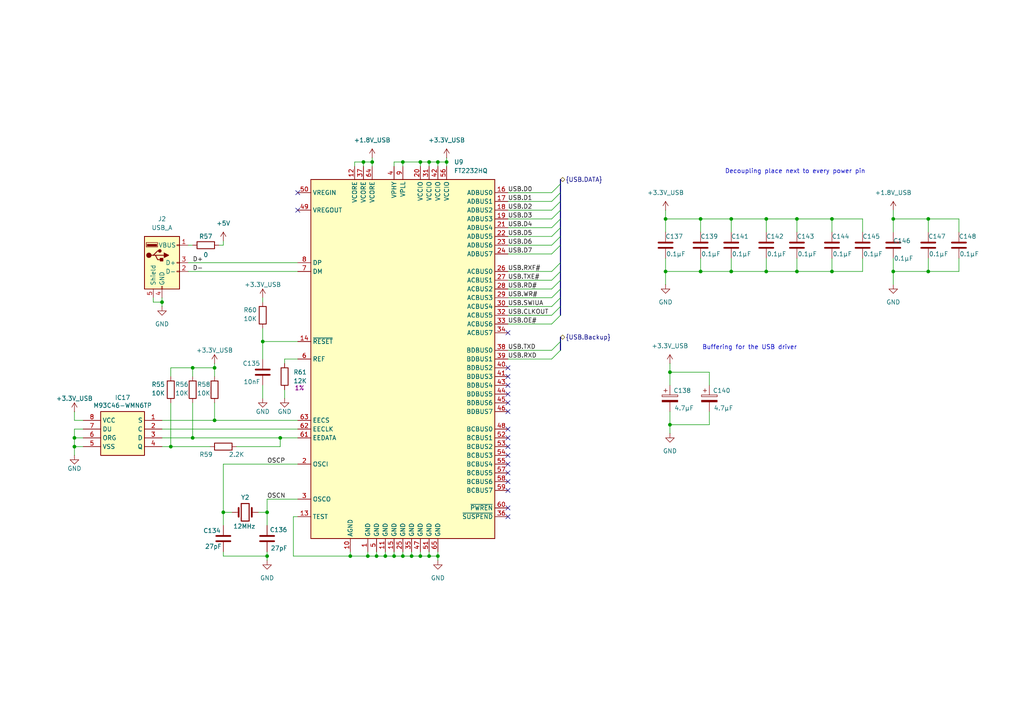
<source format=kicad_sch>
(kicad_sch (version 20250114) (generator "eeschema") (generator_version "9.0")
  (paper "A4")
  (lib_symbols
    (symbol "Connector:USB_A" (pin_names (offset 1.016))
      (property "Reference" "J2" (at 0 12.7 0))
      (property "Value" "USB_A" (at 0 10.16 0))
      (symbol "USB_A_0_1"
        (rectangle (start -5.08 -7.62) (end 5.08 7.62) (stroke (width 0.254)) (fill (type background)))
        (circle (center -3.81 2.159) (radius 0.635) (stroke (width 0.254)) (fill (type outline)))
        (polyline (pts (xy -3.175 2.159) (xy -2.54 2.159) (xy -1.27 3.429) (xy -0.635 3.429)) (stroke (width 0.254)))
        (polyline (pts (xy -2.54 2.159) (xy -1.905 2.159) (xy -1.27 0.889) (xy 0 0.889)) (stroke (width 0.254)))
        (rectangle (start -1.524 4.826) (end -4.318 5.334) (fill (type outline)))
        (rectangle (start -1.27 4.572) (end -4.572 5.842))
        (circle (center -0.635 3.429) (radius 0.381) (stroke (width 0.254)) (fill (type outline)))
        (rectangle (start -0.127 -7.62) (end 0.127 -6.858))
        (rectangle (start 0.254 1.27) (end -0.508 0.508) (stroke (width 0.254)) (fill (type outline)))
        (polyline (pts (xy 0.635 2.794) (xy 0.635 1.524) (xy 1.905 2.159) (xy 0.635 2.794)) (stroke (width 0.254)) (fill (type outline)))
        (rectangle (start 5.08 4.953) (end 4.318 5.207))
        (rectangle (start 5.08 -0.127) (end 4.318 0.127))
        (rectangle (start 5.08 -2.667) (end 4.318 -2.413))
      )
      (symbol "USB_A_1_1"
        (polyline (pts (xy -1.905 2.159) (xy 0.635 2.159)) (stroke (width 0.254)))
        (pin passive line (at -2.54 -10.16 90) (length 2.54) (name "Shield") (number "5"))
        (pin power_in line (at 0 -10.16 90) (length 2.54) (name "GND") (number "4"))
        (pin power_out line (at 7.62 5.08 180) (length 2.54) (name "VBUS") (number "1"))
        (pin bidirectional line (at 7.62 0 180) (length 2.54) (name "D+") (number "3"))
        (pin bidirectional line (at 7.62 -2.54 180) (length 2.54) (name "D-") (number "2"))
      )
    )
    (symbol "Device:C" (pin_numbers (hide yes)) (pin_names (offset 0.254))
      (property "Reference" "C" (at 0.635 2.54 0))
      (property "Value" "C" (at 0.635 -2.54 0))
      (symbol "C_0_1"
        (polyline (pts (xy -2.032 0.762) (xy 2.032 0.762)) (stroke (width 0.508)))
        (polyline (pts (xy -2.032 -0.762) (xy 2.032 -0.762)) (stroke (width 0.508)))
      )
      (symbol "C_1_1"
        (pin passive line (at 0 3.81 270) (length 2.794) (name "~") (number "1"))
        (pin passive line (at 0 -3.81 90) (length 2.794) (name "~") (number "2"))
      )
    )
    (symbol "Device:C_Polarized" (pin_numbers (hide yes)) (pin_names (offset 0.254))
      (property "Reference" "C" (at 0.635 2.54 0))
      (property "Value" "C_Polarized" (at 0.635 -2.54 0))
      (symbol "C_Polarized_0_1"
        (rectangle (start -2.286 0.508) (end 2.286 1.016))
        (polyline (pts (xy -1.778 2.286) (xy -0.762 2.286)))
        (polyline (pts (xy -1.27 2.794) (xy -1.27 1.778)))
        (rectangle (start 2.286 -0.508) (end -2.286 -1.016) (fill (type outline)))
      )
      (symbol "C_Polarized_1_1"
        (pin passive line (at 0 3.81 270) (length 2.794) (name "~") (number "1"))
        (pin passive line (at 0 -3.81 90) (length 2.794) (name "~") (number "2"))
      )
    )
    (symbol "Device:Crystal" (pin_numbers (hide yes)) (pin_names (offset 1.016) (hide yes))
      (property "Reference" "Y" (at 0 3.81 0))
      (property "Value" "Crystal" (at 0 -3.81 0))
      (symbol "Crystal_0_1"
        (polyline (pts (xy -2.54 0) (xy -1.905 0)))
        (polyline (pts (xy -1.905 -1.27) (xy -1.905 1.27)) (stroke (width 0.508)))
        (rectangle (start -1.143 2.54) (end 1.143 -2.54) (stroke (width 0.3048)))
        (polyline (pts (xy 1.905 -1.27) (xy 1.905 1.27)) (stroke (width 0.508)))
        (polyline (pts (xy 2.54 0) (xy 1.905 0)))
      )
      (symbol "Crystal_1_1"
        (pin passive line (at -3.81 0 0) (length 1.27) (name "1") (number "1"))
        (pin passive line (at 3.81 0 180) (length 1.27) (name "2") (number "2"))
      )
    )
    (symbol "Device:R" (pin_numbers (hide yes)) (pin_names (offset 0))
      (property "Reference" "R" (at 2.032 0 90))
      (property "Value" "R" (at 0 0 90))
      (symbol "R_0_1"
        (rectangle (start -1.016 -2.54) (end 1.016 2.54) (stroke (width 0.254)))
      )
      (symbol "R_1_1"
        (pin passive line (at 0 3.81 270) (length 1.27) (name "~") (number "1"))
        (pin passive line (at 0 -3.81 90) (length 1.27) (name "~") (number "2"))
      )
    )
    (symbol "Interface_USB:FT2232HQ"
      (property "Reference" "U6" (at 14.8433 57.15 0))
      (property "Value" "FT2232HQ" (at 14.8433 54.61 0))
      (symbol "FT2232HQ_0_1"
        (rectangle (start -26.67 52.07) (end 26.67 -52.07) (stroke (width 0.254)) (fill (type background)))
      )
      (symbol "FT2232HQ_1_1"
        (pin power_in line (at -30.48 48.26 0) (length 3.81) (name "VREGIN") (number "50"))
        (pin power_out line (at -30.48 43.18 0) (length 3.81) (name "VREGOUT") (number "49"))
        (pin bidirectional line (at -30.48 27.94 0) (length 3.81) (name "DP") (number "8"))
        (pin bidirectional line (at -30.48 25.4 0) (length 3.81) (name "DM") (number "7"))
        (pin input line (at -30.48 5.08 0) (length 3.81) (name "~{RESET}") (number "14"))
        (pin output line (at -30.48 0 0) (length 3.81) (name "REF") (number "6"))
        (pin output line (at -30.48 -17.78 0) (length 3.81) (name "EECS") (number "63"))
        (pin output line (at -30.48 -20.32 0) (length 3.81) (name "EECLK") (number "62"))
        (pin bidirectional line (at -30.48 -22.86 0) (length 3.81) (name "EEDATA") (number "61"))
        (pin input line (at -30.48 -30.48 0) (length 3.81) (name "OSCI") (number "2"))
        (pin output line (at -30.48 -40.64 0) (length 3.81) (name "OSCO") (number "3"))
        (pin input line (at -30.48 -45.72 0) (length 3.81) (name "TEST") (number "13"))
        (pin power_in line (at -15.24 -55.88 90) (length 3.81) (name "AGND") (number "10"))
        (pin power_in line (at -13.97 55.88 270) (length 3.81) (name "VCORE") (number "12"))
        (pin power_in line (at -11.43 55.88 270) (length 3.81) (name "VCORE") (number "37"))
        (pin power_in line (at -10.16 -55.88 90) (length 3.81) (name "GND") (number "1"))
        (pin power_in line (at -8.89 55.88 270) (length 3.81) (name "VCORE") (number "64"))
        (pin power_in line (at -7.62 -55.88 90) (length 3.81) (name "GND") (number "5"))
        (pin power_in line (at -5.08 -55.88 90) (length 3.81) (name "GND") (number "11"))
        (pin power_in line (at -2.54 55.88 270) (length 3.81) (name "VPHY") (number "4"))
        (pin power_in line (at -2.54 -55.88 90) (length 3.81) (name "GND") (number "15"))
        (pin input line (at 0 55.88 270) (length 3.81) (name "VPLL") (number "9"))
        (pin power_in line (at 0 -55.88 90) (length 3.81) (name "GND") (number "25"))
        (pin power_in line (at 2.54 -55.88 90) (length 3.81) (name "GND") (number "35"))
        (pin power_in line (at 5.08 55.88 270) (length 3.81) (name "VCCIO") (number "20"))
        (pin power_in line (at 5.08 -55.88 90) (length 3.81) (name "GND") (number "47"))
        (pin power_in line (at 7.62 55.88 270) (length 3.81) (name "VCCIO") (number "31"))
        (pin power_in line (at 7.62 -55.88 90) (length 3.81) (name "GND") (number "51"))
        (pin power_in line (at 10.16 55.88 270) (length 3.81) (name "VCCIO") (number "42"))
        (pin power_in line (at 10.16 -55.88 90) (length 3.81) (name "GND") (number "65"))
        (pin power_in line (at 12.7 55.88 270) (length 3.81) (name "VCCIO") (number "56"))
        (pin bidirectional line (at 30.48 48.26 180) (length 3.81) (name "ADBUS0") (number "16"))
        (pin bidirectional line (at 30.48 45.72 180) (length 3.81) (name "ADBUS1") (number "17"))
        (pin bidirectional line (at 30.48 43.18 180) (length 3.81) (name "ADBUS2") (number "18"))
        (pin bidirectional line (at 30.48 40.64 180) (length 3.81) (name "ADBUS3") (number "19"))
        (pin bidirectional line (at 30.48 38.1 180) (length 3.81) (name "ADBUS4") (number "21"))
        (pin bidirectional line (at 30.48 35.56 180) (length 3.81) (name "ADBUS5") (number "22"))
        (pin bidirectional line (at 30.48 33.02 180) (length 3.81) (name "ADBUS6") (number "23"))
        (pin bidirectional line (at 30.48 30.48 180) (length 3.81) (name "ADBUS7") (number "24"))
        (pin bidirectional line (at 30.48 25.4 180) (length 3.81) (name "ACBUS0") (number "26"))
        (pin bidirectional line (at 30.48 22.86 180) (length 3.81) (name "ACBUS1") (number "27"))
        (pin bidirectional line (at 30.48 20.32 180) (length 3.81) (name "ACBUS2") (number "28"))
        (pin bidirectional line (at 30.48 17.78 180) (length 3.81) (name "ACBUS3") (number "29"))
        (pin bidirectional line (at 30.48 15.24 180) (length 3.81) (name "ACBUS4") (number "30"))
        (pin bidirectional line (at 30.48 12.7 180) (length 3.81) (name "ACBUS5") (number "32"))
        (pin bidirectional line (at 30.48 10.16 180) (length 3.81) (name "ACBUS6") (number "33"))
        (pin bidirectional line (at 30.48 7.62 180) (length 3.81) (name "ACBUS7") (number "34"))
        (pin bidirectional line (at 30.48 2.54 180) (length 3.81) (name "BDBUS0") (number "38"))
        (pin bidirectional line (at 30.48 0 180) (length 3.81) (name "BDBUS1") (number "39"))
        (pin bidirectional line (at 30.48 -2.54 180) (length 3.81) (name "BDBUS2") (number "40"))
        (pin bidirectional line (at 30.48 -5.08 180) (length 3.81) (name "BDBUS3") (number "41"))
        (pin bidirectional line (at 30.48 -7.62 180) (length 3.81) (name "BDBUS4") (number "43"))
        (pin bidirectional line (at 30.48 -10.16 180) (length 3.81) (name "BDBUS5") (number "44"))
        (pin bidirectional line (at 30.48 -12.7 180) (length 3.81) (name "BDBUS6") (number "45"))
        (pin bidirectional line (at 30.48 -15.24 180) (length 3.81) (name "BDBUS7") (number "46"))
        (pin bidirectional line (at 30.48 -20.32 180) (length 3.81) (name "BCBUS0") (number "48"))
        (pin bidirectional line (at 30.48 -22.86 180) (length 3.81) (name "BCBUS1") (number "52"))
        (pin bidirectional line (at 30.48 -25.4 180) (length 3.81) (name "BCBUS2") (number "53"))
        (pin bidirectional line (at 30.48 -27.94 180) (length 3.81) (name "BCBUS3") (number "54"))
        (pin bidirectional line (at 30.48 -30.48 180) (length 3.81) (name "BCBUS4") (number "55"))
        (pin bidirectional line (at 30.48 -33.02 180) (length 3.81) (name "BCBUS5") (number "57"))
        (pin bidirectional line (at 30.48 -35.56 180) (length 3.81) (name "BCBUS6") (number "58"))
        (pin bidirectional line (at 30.48 -38.1 180) (length 3.81) (name "BCBUS7") (number "59"))
        (pin output line (at 30.48 -43.18 180) (length 3.81) (name "~{PWREN}") (number "60"))
        (pin output line (at 30.48 -45.72 180) (length 3.81) (name "~{SUSPEND}") (number "36"))
      )
    )
    (symbol "SamacSys_Parts:M93C46-WMN6TP"
      (property "Reference" "IC" (at 19.05 7.62 0))
      (property "Value" "M93C46-WMN6TP" (at 19.05 5.08 0))
      (symbol "M93C46-WMN6TP_1_1"
        (rectangle (start 5.08 2.54) (end 17.78 -10.16) (stroke (width 0.254)) (fill (type background)))
        (pin passive line (at 0 0 0) (length 5.08) (name "S") (number "1"))
        (pin passive line (at 0 -2.54 0) (length 5.08) (name "C") (number "2"))
        (pin passive line (at 0 -5.08 0) (length 5.08) (name "D") (number "3"))
        (pin passive line (at 0 -7.62 0) (length 5.08) (name "Q") (number "4"))
        (pin passive line (at 22.86 0 180) (length 5.08) (name "VCC") (number "8"))
        (pin passive line (at 22.86 -2.54 180) (length 5.08) (name "DU") (number "7"))
        (pin passive line (at 22.86 -5.08 180) (length 5.08) (name "ORG") (number "6"))
        (pin passive line (at 22.86 -7.62 180) (length 5.08) (name "VSS") (number "5"))
      )
    )
    (symbol "power:+3.3V" (power) (pin_numbers (hide yes)) (pin_names (offset 0) (hide yes))
      (property "Value" "+3.3V" (at 0 3.556 0))
      (symbol "+3.3V_0_1"
        (polyline (pts (xy -0.762 1.27) (xy 0 2.54)))
        (polyline (pts (xy 0 2.54) (xy 0.762 1.27)))
        (polyline (pts (xy 0 0) (xy 0 2.54)))
      )
      (symbol "+3.3V_1_1"
        (pin power_in line (at 0 0 90) (length 0) (name "~") (number "1"))
      )
    )
    (symbol "power:+5V" (power) (pin_numbers (hide yes)) (pin_names (offset 0) (hide yes))
      (property "Value" "+5V" (at 0 5.08 0))
      (symbol "+5V_0_1"
        (polyline (pts (xy -0.762 1.27) (xy 0 2.54)))
        (polyline (pts (xy 0 2.54) (xy 0.762 1.27)))
        (polyline (pts (xy 0 0) (xy 0 2.54)))
      )
      (symbol "+5V_1_1"
        (pin power_in line (at 0 0 90) (length 0) (name "~") (number "1"))
      )
    )
    (symbol "power:GND" (power) (pin_numbers (hide yes)) (pin_names (offset 0) (hide yes))
      (property "Value" "GND" (at 0 -3.81 0))
      (symbol "GND_0_1"
        (polyline (pts (xy 0 0) (xy 0 -1.27) (xy 1.27 -1.27) (xy 0 -2.54) (xy -1.27 -1.27) (xy 0 -1.27)))
      )
      (symbol "GND_1_1"
        (pin power_in line (at 0 0 270) (length 0) (name "~") (number "1"))
      )
    )
  )
  (bus_alias "USB.Backup" (members "USB.TXD" "USB.RXD"))
  (bus_alias "USB.DATA" (members "USB.D0" "USB.D1" "USB.D2" "USB.D3" "USB.D4" "USB.D5" "USB.D6" "USB.D7" "USB.RXF#" "USB.TXE#" "USB.RD#" "USB.WR#" "USB.SWIUA" "USB.CLKOUT" "USB.OE#"))
  (text "Decoupling place next to every power pin" (at 230.632 49.784 0) (effects (font (size 1.27 1.27))))
  (text "Buffering for the USB driver" (at 217.424 100.838 0) (effects (font (size 1.27 1.27))))
  (junction (at 212.09 63.5))
  (junction (at 193.04 78.74))
  (junction (at 203.2 63.5))
  (junction (at 121.92 46.99))
  (junction (at 46.99 87.63))
  (junction (at 106.68 161.29))
  (junction (at 124.46 161.29))
  (junction (at 77.47 148.59))
  (junction (at 259.08 63.5))
  (junction (at 259.08 78.74))
  (junction (at 105.41 46.99))
  (junction (at 119.38 161.29))
  (junction (at 81.28 127))
  (junction (at 269.24 63.5))
  (junction (at 194.31 107.95))
  (junction (at 116.84 46.99))
  (junction (at 76.2 99.06))
  (junction (at 55.88 106.68))
  (junction (at 62.23 121.92))
  (junction (at 127 161.29))
  (junction (at 212.09 78.74))
  (junction (at 101.6 161.29))
  (junction (at 21.59 129.54))
  (junction (at 64.77 148.59))
  (junction (at 269.24 78.74))
  (junction (at 241.3 63.5))
  (junction (at 62.23 106.68))
  (junction (at 114.3 161.29))
  (junction (at 49.53 129.54))
  (junction (at 109.22 161.29))
  (junction (at 111.76 161.29))
  (junction (at 241.3 78.74))
  (junction (at 222.25 63.5))
  (junction (at 129.54 46.99))
  (junction (at 231.14 63.5))
  (junction (at 121.92 161.29))
  (junction (at 127 46.99))
  (junction (at 222.25 78.74))
  (junction (at 21.59 127))
  (junction (at 194.31 123.19))
  (junction (at 55.88 127))
  (junction (at 77.47 161.29))
  (junction (at 193.04 63.5))
  (junction (at 231.14 78.74))
  (junction (at 203.2 78.74))
  (junction (at 107.95 46.99))
  (junction (at 116.84 161.29))
  (junction (at 124.46 46.99))
  (no_connect (at 147.32 109.22))
  (no_connect (at 86.36 55.88))
  (no_connect (at 147.32 129.54))
  (no_connect (at 147.32 111.76))
  (no_connect (at 147.32 124.46))
  (no_connect (at 147.32 96.52))
  (no_connect (at 147.32 127))
  (no_connect (at 147.32 149.86))
  (no_connect (at 147.32 139.7))
  (no_connect (at 147.32 132.08))
  (no_connect (at 147.32 106.68))
  (no_connect (at 147.32 119.38))
  (no_connect (at 147.32 142.24))
  (no_connect (at 147.32 147.32))
  (no_connect (at 147.32 116.84))
  (no_connect (at 147.32 114.3))
  (no_connect (at 147.32 137.16))
  (no_connect (at 147.32 134.62))
  (no_connect (at 86.36 60.96))
  (bus_entry (at 162.56 68.58) (size -2.54 2.54))
  (bus_entry (at 162.56 60.96) (size -2.54 2.54))
  (bus_entry (at 162.56 91.44) (size -2.54 2.54))
  (bus_entry (at 162.56 78.74) (size -2.54 2.54))
  (bus_entry (at 162.56 71.12) (size -2.54 2.54))
  (bus_entry (at 162.56 63.5) (size -2.54 2.54))
  (bus_entry (at 162.56 66.04) (size -2.54 2.54))
  (bus_entry (at 162.56 99.06) (size -2.54 2.54))
  (bus_entry (at 162.56 86.36) (size -2.54 2.54))
  (bus_entry (at 162.56 55.88) (size -2.54 2.54))
  (bus_entry (at 162.56 53.34) (size -2.54 2.54))
  (bus_entry (at 162.56 101.6) (size -2.54 2.54))
  (bus_entry (at 162.56 76.2) (size -2.54 2.54))
  (bus_entry (at 162.56 58.42) (size -2.54 2.54))
  (bus_entry (at 162.56 81.28) (size -2.54 2.54))
  (bus_entry (at 162.56 88.9) (size -2.54 2.54))
  (bus_entry (at 162.56 83.82) (size -2.54 2.54))
  (wire (pts (xy 105.41 46.99) (xy 105.41 48.26)))
  (wire (pts (xy 147.32 91.44) (xy 160.02 91.44)))
  (wire (pts (xy 121.92 46.99) (xy 121.92 48.26)))
  (wire (pts (xy 241.3 74.93) (xy 241.3 78.74)))
  (wire (pts (xy 147.32 93.98) (xy 160.02 93.98)))
  (wire (pts (xy 49.53 116.84) (xy 49.53 129.54)))
  (wire (pts (xy 250.19 63.5) (xy 241.3 63.5)))
  (wire (pts (xy 147.32 55.88) (xy 160.02 55.88)))
  (wire (pts (xy 55.88 106.68) (xy 62.23 106.68)))
  (wire (pts (xy 109.22 160.02) (xy 109.22 161.29)))
  (wire (pts (xy 203.2 78.74) (xy 193.04 78.74)))
  (wire (pts (xy 231.14 78.74) (xy 241.3 78.74)))
  (wire (pts (xy 21.59 129.54) (xy 21.59 132.08)))
  (bus (pts (xy 162.56 78.74) (xy 162.56 81.28)))
  (wire (pts (xy 121.92 161.29) (xy 124.46 161.29)))
  (wire (pts (xy 76.2 99.06) (xy 86.36 99.06)))
  (wire (pts (xy 105.41 46.99) (xy 107.95 46.99)))
  (wire (pts (xy 194.31 105.41) (xy 194.31 107.95)))
  (wire (pts (xy 62.23 105.41) (xy 62.23 106.68)))
  (wire (pts (xy 193.04 82.55) (xy 193.04 78.74)))
  (wire (pts (xy 107.95 46.99) (xy 107.95 48.26)))
  (wire (pts (xy 116.84 161.29) (xy 119.38 161.29)))
  (wire (pts (xy 46.99 88.9) (xy 46.99 87.63)))
  (wire (pts (xy 147.32 71.12) (xy 160.02 71.12)))
  (wire (pts (xy 81.28 129.54) (xy 81.28 127)))
  (bus (pts (xy 162.56 81.28) (xy 162.56 83.82)))
  (wire (pts (xy 86.36 134.62) (xy 64.77 134.62)))
  (wire (pts (xy 76.2 99.06) (xy 76.2 104.14)))
  (wire (pts (xy 278.13 63.5) (xy 269.24 63.5)))
  (wire (pts (xy 49.53 106.68) (xy 49.53 109.22)))
  (wire (pts (xy 55.88 127) (xy 81.28 127)))
  (wire (pts (xy 109.22 161.29) (xy 111.76 161.29)))
  (wire (pts (xy 101.6 161.29) (xy 106.68 161.29)))
  (wire (pts (xy 68.58 129.54) (xy 81.28 129.54)))
  (wire (pts (xy 64.77 160.02) (xy 64.77 161.29)))
  (wire (pts (xy 127 46.99) (xy 124.46 46.99)))
  (wire (pts (xy 62.23 121.92) (xy 86.36 121.92)))
  (wire (pts (xy 121.92 160.02) (xy 121.92 161.29)))
  (wire (pts (xy 193.04 63.5) (xy 193.04 67.31)))
  (wire (pts (xy 121.92 46.99) (xy 116.84 46.99)))
  (wire (pts (xy 231.14 63.5) (xy 222.25 63.5)))
  (wire (pts (xy 147.32 60.96) (xy 160.02 60.96)))
  (wire (pts (xy 124.46 161.29) (xy 127 161.29)))
  (wire (pts (xy 124.46 46.99) (xy 121.92 46.99)))
  (wire (pts (xy 77.47 148.59) (xy 77.47 152.4)))
  (wire (pts (xy 106.68 160.02) (xy 106.68 161.29)))
  (wire (pts (xy 147.32 86.36) (xy 160.02 86.36)))
  (wire (pts (xy 82.55 104.14) (xy 82.55 105.41)))
  (wire (pts (xy 222.25 67.31) (xy 222.25 63.5)))
  (wire (pts (xy 222.25 63.5) (xy 212.09 63.5)))
  (bus (pts (xy 162.56 86.36) (xy 162.56 88.9)))
  (wire (pts (xy 203.2 67.31) (xy 203.2 63.5)))
  (wire (pts (xy 203.2 63.5) (xy 193.04 63.5)))
  (wire (pts (xy 46.99 124.46) (xy 86.36 124.46)))
  (bus (pts (xy 162.56 83.82) (xy 162.56 86.36)))
  (wire (pts (xy 147.32 78.74) (xy 160.02 78.74)))
  (wire (pts (xy 231.14 74.93) (xy 231.14 78.74)))
  (wire (pts (xy 114.3 160.02) (xy 114.3 161.29)))
  (wire (pts (xy 114.3 161.29) (xy 116.84 161.29)))
  (wire (pts (xy 119.38 160.02) (xy 119.38 161.29)))
  (wire (pts (xy 116.84 48.26) (xy 116.84 46.99)))
  (wire (pts (xy 129.54 45.72) (xy 129.54 46.99)))
  (wire (pts (xy 24.13 127) (xy 21.59 127)))
  (bus (pts (xy 162.56 58.42) (xy 162.56 60.96)))
  (wire (pts (xy 193.04 60.96) (xy 193.04 63.5)))
  (wire (pts (xy 147.32 68.58) (xy 160.02 68.58)))
  (wire (pts (xy 46.99 127) (xy 55.88 127)))
  (wire (pts (xy 127 160.02) (xy 127 161.29)))
  (wire (pts (xy 116.84 46.99) (xy 114.3 46.99)))
  (wire (pts (xy 86.36 144.78) (xy 77.47 144.78)))
  (wire (pts (xy 147.32 83.82) (xy 160.02 83.82)))
  (wire (pts (xy 21.59 127) (xy 21.59 129.54)))
  (wire (pts (xy 231.14 78.74) (xy 222.25 78.74)))
  (wire (pts (xy 111.76 160.02) (xy 111.76 161.29)))
  (wire (pts (xy 212.09 74.93) (xy 212.09 78.74)))
  (wire (pts (xy 269.24 63.5) (xy 259.08 63.5)))
  (wire (pts (xy 147.32 73.66) (xy 160.02 73.66)))
  (wire (pts (xy 77.47 144.78) (xy 77.47 148.59)))
  (bus (pts (xy 162.56 71.12) (xy 162.56 76.2)))
  (wire (pts (xy 64.77 134.62) (xy 64.77 148.59)))
  (wire (pts (xy 278.13 78.74) (xy 269.24 78.74)))
  (wire (pts (xy 54.61 71.12) (xy 55.88 71.12)))
  (wire (pts (xy 46.99 86.36) (xy 46.99 87.63)))
  (wire (pts (xy 21.59 119.38) (xy 21.59 121.92)))
  (wire (pts (xy 194.31 107.95) (xy 205.74 107.95)))
  (bus (pts (xy 162.56 66.04) (xy 162.56 68.58)))
  (wire (pts (xy 194.31 107.95) (xy 194.31 111.76)))
  (wire (pts (xy 77.47 161.29) (xy 77.47 160.02)))
  (wire (pts (xy 76.2 95.25) (xy 76.2 99.06)))
  (wire (pts (xy 194.31 123.19) (xy 205.74 123.19)))
  (wire (pts (xy 124.46 46.99) (xy 124.46 48.26)))
  (wire (pts (xy 44.45 87.63) (xy 46.99 87.63)))
  (wire (pts (xy 203.2 74.93) (xy 203.2 78.74)))
  (wire (pts (xy 124.46 160.02) (xy 124.46 161.29)))
  (wire (pts (xy 55.88 106.68) (xy 55.88 109.22)))
  (wire (pts (xy 205.74 107.95) (xy 205.74 111.76)))
  (wire (pts (xy 46.99 121.92) (xy 62.23 121.92)))
  (wire (pts (xy 147.32 81.28) (xy 160.02 81.28)))
  (wire (pts (xy 212.09 78.74) (xy 203.2 78.74)))
  (wire (pts (xy 269.24 67.31) (xy 269.24 63.5)))
  (wire (pts (xy 127 161.29) (xy 127 162.56)))
  (wire (pts (xy 194.31 123.19) (xy 194.31 125.73)))
  (wire (pts (xy 278.13 67.31) (xy 278.13 63.5)))
  (wire (pts (xy 64.77 148.59) (xy 64.77 152.4)))
  (wire (pts (xy 64.77 71.12) (xy 64.77 69.85)))
  (wire (pts (xy 62.23 116.84) (xy 62.23 121.92)))
  (wire (pts (xy 76.2 86.36) (xy 76.2 87.63)))
  (wire (pts (xy 269.24 74.93) (xy 269.24 78.74)))
  (wire (pts (xy 44.45 86.36) (xy 44.45 87.63)))
  (wire (pts (xy 119.38 161.29) (xy 121.92 161.29)))
  (bus (pts (xy 162.56 99.06) (xy 162.56 101.6)))
  (wire (pts (xy 63.5 71.12) (xy 64.77 71.12)))
  (wire (pts (xy 82.55 113.03) (xy 82.55 115.57)))
  (wire (pts (xy 77.47 148.59) (xy 74.93 148.59)))
  (wire (pts (xy 21.59 129.54) (xy 24.13 129.54)))
  (wire (pts (xy 147.32 101.6) (xy 160.02 101.6)))
  (wire (pts (xy 86.36 104.14) (xy 82.55 104.14)))
  (wire (pts (xy 147.32 63.5) (xy 160.02 63.5)))
  (wire (pts (xy 259.08 74.93) (xy 259.08 78.74)))
  (wire (pts (xy 250.19 67.31) (xy 250.19 63.5)))
  (wire (pts (xy 102.87 48.26) (xy 102.87 46.99)))
  (bus (pts (xy 162.56 63.5) (xy 162.56 66.04)))
  (bus (pts (xy 162.56 52.07) (xy 162.56 53.34)))
  (wire (pts (xy 259.08 82.55) (xy 259.08 78.74)))
  (wire (pts (xy 147.32 58.42) (xy 160.02 58.42)))
  (wire (pts (xy 212.09 63.5) (xy 203.2 63.5)))
  (wire (pts (xy 85.09 161.29) (xy 101.6 161.29)))
  (wire (pts (xy 86.36 149.86) (xy 85.09 149.86)))
  (wire (pts (xy 54.61 76.2) (xy 86.36 76.2)))
  (wire (pts (xy 49.53 129.54) (xy 60.96 129.54)))
  (wire (pts (xy 241.3 63.5) (xy 231.14 63.5)))
  (wire (pts (xy 102.87 46.99) (xy 105.41 46.99)))
  (wire (pts (xy 24.13 121.92) (xy 21.59 121.92)))
  (bus (pts (xy 162.56 60.96) (xy 162.56 63.5)))
  (wire (pts (xy 205.74 123.19) (xy 205.74 119.38)))
  (wire (pts (xy 67.31 148.59) (xy 64.77 148.59)))
  (wire (pts (xy 101.6 160.02) (xy 101.6 161.29)))
  (wire (pts (xy 269.24 78.74) (xy 259.08 78.74)))
  (wire (pts (xy 64.77 161.29) (xy 77.47 161.29)))
  (wire (pts (xy 111.76 161.29) (xy 114.3 161.29)))
  (wire (pts (xy 49.53 106.68) (xy 55.88 106.68)))
  (wire (pts (xy 241.3 63.5) (xy 241.3 67.31)))
  (wire (pts (xy 46.99 129.54) (xy 49.53 129.54)))
  (wire (pts (xy 81.28 127) (xy 86.36 127)))
  (wire (pts (xy 250.19 74.93) (xy 250.19 78.74)))
  (wire (pts (xy 259.08 63.5) (xy 259.08 67.31)))
  (wire (pts (xy 76.2 111.76) (xy 76.2 115.57)))
  (bus (pts (xy 162.56 68.58) (xy 162.56 71.12)))
  (wire (pts (xy 147.32 88.9) (xy 160.02 88.9)))
  (wire (pts (xy 77.47 161.29) (xy 77.47 162.56)))
  (wire (pts (xy 127 46.99) (xy 127 48.26)))
  (wire (pts (xy 106.68 161.29) (xy 109.22 161.29)))
  (wire (pts (xy 259.08 60.96) (xy 259.08 63.5)))
  (wire (pts (xy 147.32 104.14) (xy 160.02 104.14)))
  (wire (pts (xy 24.13 124.46) (xy 21.59 124.46)))
  (wire (pts (xy 116.84 160.02) (xy 116.84 161.29)))
  (wire (pts (xy 212.09 67.31) (xy 212.09 63.5)))
  (wire (pts (xy 222.25 74.93) (xy 222.25 78.74)))
  (wire (pts (xy 194.31 119.38) (xy 194.31 123.19)))
  (wire (pts (xy 54.61 78.74) (xy 86.36 78.74)))
  (wire (pts (xy 85.09 149.86) (xy 85.09 161.29)))
  (bus (pts (xy 162.56 88.9) (xy 162.56 91.44)))
  (wire (pts (xy 147.32 66.04) (xy 160.02 66.04)))
  (wire (pts (xy 62.23 106.68) (xy 62.23 109.22)))
  (wire (pts (xy 193.04 78.74) (xy 193.04 74.93)))
  (bus (pts (xy 162.56 97.79) (xy 162.56 99.06)))
  (bus (pts (xy 162.56 53.34) (xy 162.56 55.88)))
  (wire (pts (xy 114.3 46.99) (xy 114.3 48.26)))
  (wire (pts (xy 278.13 74.93) (xy 278.13 78.74)))
  (bus (pts (xy 162.56 55.88) (xy 162.56 58.42)))
  (wire (pts (xy 129.54 46.99) (xy 129.54 48.26)))
  (bus (pts (xy 162.56 76.2) (xy 162.56 78.74)))
  (wire (pts (xy 222.25 78.74) (xy 212.09 78.74)))
  (wire (pts (xy 231.14 67.31) (xy 231.14 63.5)))
  (wire (pts (xy 21.59 124.46) (xy 21.59 127)))
  (wire (pts (xy 129.54 46.99) (xy 127 46.99)))
  (wire (pts (xy 107.95 45.72) (xy 107.95 46.99)))
  (wire (pts (xy 241.3 78.74) (xy 250.19 78.74)))
  (wire (pts (xy 55.88 116.84) (xy 55.88 127)))
  (label "USB.D4" (at 147.32 66.04 0))
  (label "USB.D6" (at 147.32 71.12 0))
  (label "USB.TXD" (at 147.32 101.6 0))
  (label "USB.WR#" (at 147.32 86.36 0))
  (label "D+" (at 55.88 76.2 0))
  (label "USB.TXE#" (at 147.32 81.28 0))
  (label "USB.CLKOUT" (at 147.32 91.44 0))
  (label "USB.OE#" (at 147.32 93.98 0))
  (label "USB.D7" (at 147.32 73.66 0))
  (label "USB.RXD" (at 147.32 104.14 0))
  (label "USB.SWIUA" (at 147.32 88.9 0))
  (label "USB.D2" (at 147.32 60.96 0))
  (label "OSCP" (at 77.47 134.62 0))
  (label "USB.RD#" (at 147.32 83.82 0))
  (label "USB.D1" (at 147.32 58.42 0))
  (label "D-" (at 55.88 78.74 0))
  (label "USB.D0" (at 147.32 55.88 0))
  (label "OSCN" (at 77.47 144.78 0))
  (label "USB.D3" (at 147.32 63.5 0))
  (label "USB.D5" (at 147.32 68.58 0))
  (label "USB.RXF#" (at 147.32 78.74 0))
  (hierarchical_label "{USB.DATA}" (shape bidirectional) (at 162.56 52.07 0))
  (hierarchical_label "{USB.Backup}" (shape bidirectional) (at 162.56 97.79 0))
  (symbol (lib_id "power:GND") (at 194.31 125.73 0) (unit 1)
    (property "Reference" "#PWR0183" (effects (hide yes)))
    (property "Value" "GND" (at 194.31 130.81 0))
  )
  (symbol (lib_id "Device:C") (at 231.14 71.12 180) (unit 1)
    (property "Reference" "C143" (at 236.22 68.58 0) (effects (justify left)))
    (property "Value" "0.1µF" (at 236.9669 73.6633 0) (effects (justify left)))
    (property "Footprint" "Capacitor_SMD:C_0402_1005Metric" (effects (hide yes)))
    (property "Fab Reference" "GPC0603225-10-X7R" (effects (hide yes)))
    (property "Footprint Revised" "Yes" (effects (hide yes)))
  )
  (symbol (lib_id "Device:R") (at 59.69 71.12 90) (unit 1)
    (property "Reference" "R57" (at 59.69 68.58 90))
    (property "Value" "0" (at 59.69 73.914 90))
    (property "Footprint" "Resistor_SMD:R_0603_1608Metric" (effects (hide yes)))
    (property "Description" "Resistor" (effects (hide yes)))
  )
  (symbol (lib_id "Device:R") (at 55.88 113.03 0) (unit 1)
    (property "Reference" "R56" (at 50.8 111.506 0) (effects (justify left)))
    (property "Value" "10K" (at 50.8 114.046 0) (effects (justify left)))
    (property "Footprint" "Resistor_SMD:R_0603_1608Metric" (effects (hide yes)))
    (property "Description" "Resistor" (effects (hide yes)))
    (property "tol" "1%" (effects (hide yes)))
  )
  (symbol (lib_id "Interface_USB:FT2232HQ") (at 116.84 104.14 0) (unit 1)
    (property "Reference" "U9" (at 131.6833 46.99 0) (effects (justify left)))
    (property "Value" "FT2232HQ" (at 131.6833 49.53 0) (effects (justify left)))
    (property "Footprint" "Package_DFN_QFN:QFN-64-1EP_9x9mm_P0.5mm_EP4.35x4.35mm" (effects (hide yes)))
    (property "Datasheet" "https://www.ftdichip.com/Support/Documents/DataSheets/ICs/DS_FT2232H.pdf" (effects (hide yes)))
    (property "Description" "Hi Speed Double Channel USB UART/FIFO, QFN-64" (effects (hide yes)))
  )
  (symbol (lib_id "Device:C_Polarized") (at 205.74 115.57 0) (unit 1)
    (property "Reference" "C140" (at 206.756 113.284 0) (effects (justify left)))
    (property "Value" "4.7µF" (at 207.01 118.364 0) (effects (justify left)))
    (property "Footprint" "Capacitor_SMD:C_0603_1608Metric" (effects (hide yes)))
    (property "Description" "Polarized capacitor" (effects (hide yes)))
  )
  (symbol (lib_id "Device:C") (at 250.19 71.12 180) (unit 1)
    (property "Reference" "C145" (at 255.27 68.58 0) (effects (justify left)))
    (property "Value" "0.1µF" (at 256.0169 73.6633 0) (effects (justify left)))
    (property "Footprint" "Capacitor_SMD:C_0402_1005Metric" (effects (hide yes)))
    (property "Fab Reference" "GPC0603225-10-X7R" (effects (hide yes)))
    (property "Footprint Revised" "Yes" (effects (hide yes)))
  )
  (symbol (lib_id "power:+3.3V") (at 107.95 45.72 0) (unit 1)
    (property "Reference" "#PWR0177" (effects (hide yes)))
    (property "Value" "+1.8V_USB" (at 107.95 40.64 0))
    (property "Description" "Power symbol creates a global label with name \"+3.3V\"" (effects (hide yes)))
  )
  (symbol (lib_id "Device:R") (at 76.2 91.44 0) (unit 1)
    (property "Reference" "R60" (at 70.612 89.916 0) (effects (justify left)))
    (property "Value" "10K" (at 70.612 92.456 0) (effects (justify left)))
    (property "Footprint" "Resistor_SMD:R_0603_1608Metric" (effects (hide yes)))
    (property "Description" "Resistor" (effects (hide yes)))
    (property "tol" "1%" (effects (hide yes)))
  )
  (symbol (lib_id "Device:C") (at 77.47 156.21 0) (unit 1)
    (property "Reference" "C136" (at 78.232 153.67 0) (effects (justify left)))
    (property "Value" "27pF" (at 78.486 159.004 0) (effects (justify left)))
    (property "Footprint" "Capacitor_SMD:C_0402_1005Metric" (effects (hide yes)))
    (property "Description" "Unpolarized capacitor" (effects (hide yes)))
  )
  (symbol (lib_id "Connector:USB_A") (at 46.99 76.2 0) (unit 1)
    (property "Reference" "J2" (at 46.99 63.5 0))
    (property "Value" "USB_A" (at 46.99 66.04 0))
    (property "Footprint" "SamacSys_Parts:TECONN-4POS-USB" (effects (hide yes)))
    (property "Description" "USB Type A connector" (effects (hide yes)))
  )
  (symbol (lib_id "Device:C") (at 241.3 71.12 180) (unit 1)
    (property "Reference" "C144" (at 246.38 68.58 0) (effects (justify left)))
    (property "Value" "0.1µF" (at 247.1269 73.6633 0) (effects (justify left)))
    (property "Footprint" "Capacitor_SMD:C_0402_1005Metric" (effects (hide yes)))
    (property "Fab Reference" "GPC0603225-10-X7R" (effects (hide yes)))
    (property "Footprint Revised" "Yes" (effects (hide yes)))
  )
  (symbol (lib_id "power:+3.3V") (at 76.2 86.36 0) (unit 1)
    (property "Reference" "#PWR0173" (effects (hide yes)))
    (property "Value" "+3.3V_USB" (at 76.2 82.55 0))
    (property "Description" "Power symbol creates a global label with name \"+3.3V\"" (effects (hide yes)))
  )
  (symbol (lib_id "Device:R") (at 62.23 113.03 0) (unit 1)
    (property "Reference" "R58" (at 57.15 111.506 0) (effects (justify left)))
    (property "Value" "10K" (at 57.15 114.046 0) (effects (justify left)))
    (property "Footprint" "Resistor_SMD:R_0603_1608Metric" (effects (hide yes)))
    (property "Description" "Resistor" (effects (hide yes)))
    (property "tol" "1%" (effects (hide yes)))
  )
  (symbol (lib_id "Device:C") (at 76.2 107.95 0) (unit 1)
    (property "Reference" "C135" (at 70.358 105.41 0) (effects (justify left)))
    (property "Value" "10nF" (at 70.612 110.744 0) (effects (justify left)))
    (property "Footprint" "Capacitor_SMD:C_0402_1005Metric" (effects (hide yes)))
    (property "Description" "Unpolarized capacitor" (effects (hide yes)))
  )
  (symbol (lib_id "power:GND") (at 21.59 132.08 0) (unit 1)
    (property "Reference" "#PWR0169" (effects (hide yes)))
    (property "Value" "GND" (at 21.59 135.89 0))
    (property "Description" "Power symbol creates a global label with name \"GND\" , ground" (effects (hide yes)))
  )
  (symbol (lib_id "power:+3.3V") (at 259.08 60.96 0) (unit 1)
    (property "Reference" "#PWR0184" (effects (hide yes)))
    (property "Value" "+1.8V_USB" (at 259.08 55.88 0))
    (property "Description" "Power symbol creates a global label with name \"+3.3V\"" (effects (hide yes)))
  )
  (symbol (lib_id "power:GND") (at 46.99 88.9 0) (unit 1)
    (property "Reference" "#PWR0170" (effects (hide yes)))
    (property "Value" "GND" (at 46.99 93.98 0))
    (property "Description" "Power symbol creates a global label with name \"GND\" , ground" (effects (hide yes)))
  )
  (symbol (lib_id "Device:R") (at 49.53 113.03 0) (unit 1)
    (property "Reference" "R55" (at 43.942 111.506 0) (effects (justify left)))
    (property "Value" "10K" (at 43.942 114.046 0) (effects (justify left)))
    (property "Footprint" "Resistor_SMD:R_0603_1608Metric" (effects (hide yes)))
    (property "Description" "Resistor" (effects (hide yes)))
    (property "tol" "1%" (effects (hide yes)))
  )
  (symbol (lib_id "power:GND") (at 77.47 162.56 0) (unit 1)
    (property "Reference" "#PWR0175" (effects (hide yes)))
    (property "Value" "GND" (at 77.47 167.64 0))
    (property "Description" "Power symbol creates a global label with name \"GND\" , ground" (effects (hide yes)))
  )
  (symbol (lib_id "Device:C") (at 259.08 71.12 180) (unit 1)
    (property "Reference" "C146" (at 264.16 69.85 0) (effects (justify left)))
    (property "Value" "0.1µF" (at 264.9069 74.9333 0) (effects (justify left)))
    (property "Footprint" "Capacitor_SMD:C_0402_1005Metric" (effects (hide yes)))
    (property "Fab Reference" "GPC0603225-10-X7R" (effects (hide yes)))
    (property "Footprint Revised" "Yes" (effects (hide yes)))
  )
  (symbol (lib_id "power:GND") (at 193.04 82.55 0) (unit 1)
    (property "Reference" "#PWR0181" (effects (hide yes)))
    (property "Value" "GND" (at 193.04 87.63 0))
  )
  (symbol (lib_id "power:+3.3V") (at 129.54 45.72 0) (unit 1)
    (property "Reference" "#PWR0179" (effects (hide yes)))
    (property "Value" "+3.3V_USB" (at 129.54 40.64 0))
    (property "Description" "Power symbol creates a global label with name \"+3.3V\"" (effects (hide yes)))
  )
  (symbol (lib_id "Device:C") (at 64.77 156.21 0) (unit 1)
    (property "Reference" "C134" (at 58.928 153.924 0) (effects (justify left)))
    (property "Value" "27pF" (at 59.436 158.496 0) (effects (justify left)))
    (property "Footprint" "Capacitor_SMD:C_0402_1005Metric" (effects (hide yes)))
    (property "Description" "Unpolarized capacitor" (effects (hide yes)))
  )
  (symbol (lib_id "Device:C") (at 203.2 71.12 180) (unit 1)
    (property "Reference" "C139" (at 208.28 68.58 0) (effects (justify left)))
    (property "Value" "0.1µF" (at 209.0269 73.6633 0) (effects (justify left)))
    (property "Footprint" "Capacitor_SMD:C_0402_1005Metric" (effects (hide yes)))
    (property "Fab Reference" "GPC0603225-10-X7R" (effects (hide yes)))
    (property "Footprint Revised" "Yes" (effects (hide yes)))
  )
  (symbol (lib_id "power:GND") (at 259.08 82.55 0) (unit 1)
    (property "Reference" "#PWR0185" (effects (hide yes)))
    (property "Value" "GND" (at 259.08 87.63 0))
  )
  (symbol (lib_id "SamacSys_Parts:M93C46-WMN6TP") (at 46.99 121.92 0) (mirror y) (unit 1)
    (property "Reference" "IC17" (at 35.56 115.316 0))
    (property "Value" "M93C46-WMN6TP" (at 35.56 117.602 0))
    (property "Footprint" "SamacSys_Parts:SOIC127P600X175-8N" (effects (hide yes)))
    (property "Datasheet" "http://www.st.com/st-web-ui/static/active/en/resource/technical/document/datasheet/CD00001142.pdf" (effects (hide yes)))
    (property "Description" "M93C46-WMN6TP, Serial EEPROM Memory 1kbit, Serial-Microwire, 200ns 2.5  5.5 V, 8-Pin SOIC" (effects (hide yes)))
    (property "Height" "1.75" (effects (hide yes)))
    (property "Manufacturer_Name" "STMicroelectronics" (effects (hide yes)))
    (property "Manufacturer_Part_Number" "M93C46-WMN6TP" (effects (hide yes)))
    (property "Mouser Part Number" "511-M93C46-WMN6TP" (effects (hide yes)))
    (property "Mouser Price/Stock" "https://www.mouser.co.uk/ProductDetail/STMicroelectronics/M93C46-WMN6TP?qs=O4M3kN6RNVArPY6XuNLEiw%3D%3D" (effects (hide yes)))
    (property "Arrow Part Number" "M93C46-WMN6TP" (effects (hide yes)))
    (property "Arrow Price/Stock" "https://www.arrow.com/en/products/m93c46-wmn6tp/stmicroelectronics?region=europe" (effects (hide yes)))
  )
  (symbol (lib_id "power:GND") (at 82.55 115.57 0) (unit 1)
    (property "Reference" "#PWR0176" (effects (hide yes)))
    (property "Value" "GND" (at 82.55 119.38 0))
    (property "Description" "Power symbol creates a global label with name \"GND\" , ground" (effects (hide yes)))
  )
  (symbol (lib_id "Device:C") (at 278.13 71.12 180) (unit 1)
    (property "Reference" "C148" (at 283.21 68.58 0) (effects (justify left)))
    (property "Value" "0.1µF" (at 283.9569 73.6633 0) (effects (justify left)))
    (property "Footprint" "Capacitor_SMD:C_0402_1005Metric" (effects (hide yes)))
    (property "Fab Reference" "GPC0603225-10-X7R" (effects (hide yes)))
    (property "Footprint Revised" "Yes" (effects (hide yes)))
  )
  (symbol (lib_id "Device:C_Polarized") (at 194.31 115.57 0) (unit 1)
    (property "Reference" "C138" (at 195.326 113.284 0) (effects (justify left)))
    (property "Value" "4.7µF" (at 195.58 118.364 0) (effects (justify left)))
    (property "Footprint" "Capacitor_SMD:C_0603_1608Metric" (effects (hide yes)))
    (property "Description" "Polarized capacitor" (effects (hide yes)))
  )
  (symbol (lib_id "Device:R") (at 64.77 129.54 90) (unit 1)
    (property "Reference" "R59" (at 61.722 131.826 90) (effects (justify left)))
    (property "Value" "2.2K" (at 70.866 131.826 90) (effects (justify left)))
    (property "Footprint" "Resistor_SMD:R_0603_1608Metric" (effects (hide yes)))
    (property "Description" "Resistor" (effects (hide yes)))
    (property "tol" "1%" (effects (hide yes)))
  )
  (symbol (lib_id "Device:Crystal") (at 71.12 148.59 0) (unit 1)
    (property "Reference" "Y2" (at 71.12 144.272 0))
    (property "Value" "12MHz" (at 70.866 152.654 0))
    (property "Footprint" "SamacSys_Parts:ABM3" (effects (hide yes)))
    (property "Description" "Two pin crystal" (effects (hide yes)))
  )
  (symbol (lib_id "Device:C") (at 269.24 71.12 180) (unit 1)
    (property "Reference" "C147" (at 274.32 68.58 0) (effects (justify left)))
    (property "Value" "0.1µF" (at 275.0669 73.6633 0) (effects (justify left)))
    (property "Footprint" "Capacitor_SMD:C_0402_1005Metric" (effects (hide yes)))
    (property "Fab Reference" "GPC0603225-10-X7R" (effects (hide yes)))
    (property "Footprint Revised" "Yes" (effects (hide yes)))
  )
  (symbol (lib_id "power:GND") (at 127 162.56 0) (unit 1)
    (property "Reference" "#PWR0178" (effects (hide yes)))
    (property "Value" "GND" (at 127 167.64 0))
    (property "Description" "Power symbol creates a global label with name \"GND\" , ground" (effects (hide yes)))
  )
  (symbol (lib_id "power:+5V") (at 64.77 69.85 0) (unit 1)
    (property "Reference" "#PWR0172" (effects (hide yes)))
    (property "Value" "+5V" (at 64.77 64.77 0))
    (property "Description" "Power symbol creates a global label with name \"+5V\"" (effects (hide yes)))
  )
  (symbol (lib_id "power:+3.3V") (at 21.59 119.38 0) (unit 1)
    (property "Reference" "#PWR0168" (effects (hide yes)))
    (property "Value" "+3.3V_USB" (at 21.59 115.57 0))
    (property "Description" "Power symbol creates a global label with name \"+3.3V\"" (effects (hide yes)))
  )
  (symbol (lib_id "power:+3.3V") (at 193.04 60.96 0) (unit 1)
    (property "Reference" "#PWR0180" (effects (hide yes)))
    (property "Value" "+3.3V_USB" (at 193.04 55.88 0))
    (property "Description" "Power symbol creates a global label with name \"+3.3V\"" (effects (hide yes)))
  )
  (symbol (lib_id "power:+3.3V") (at 62.23 105.41 0) (unit 1)
    (property "Reference" "#PWR0171" (effects (hide yes)))
    (property "Value" "+3.3V_USB" (at 62.23 101.6 0))
    (property "Description" "Power symbol creates a global label with name \"+3.3V\"" (effects (hide yes)))
  )
  (symbol (lib_id "Device:C") (at 222.25 71.12 180) (unit 1)
    (property "Reference" "C142" (at 227.33 68.58 0) (effects (justify left)))
    (property "Value" "0.1µF" (at 228.0769 73.6633 0) (effects (justify left)))
    (property "Footprint" "Capacitor_SMD:C_0402_1005Metric" (effects (hide yes)))
    (property "Fab Reference" "GPC0603225-10-X7R" (effects (hide yes)))
    (property "Footprint Revised" "Yes" (effects (hide yes)))
  )
  (symbol (lib_id "power:GND") (at 76.2 115.57 0) (unit 1)
    (property "Reference" "#PWR0174" (effects (hide yes)))
    (property "Value" "GND" (at 76.2 119.38 0))
    (property "Description" "Power symbol creates a global label with name \"GND\" , ground" (effects (hide yes)))
  )
  (symbol (lib_id "power:+3.3V") (at 194.31 105.41 0) (unit 1)
    (property "Reference" "#PWR0182" (effects (hide yes)))
    (property "Value" "+3.3V_USB" (at 194.31 100.33 0))
    (property "Description" "Power symbol creates a global label with name \"+3.3V\"" (effects (hide yes)))
  )
  (symbol (lib_id "Device:R") (at 82.55 109.22 0) (unit 1)
    (property "Reference" "R61" (at 85.09 107.9499 0) (effects (justify left)))
    (property "Value" "12K" (at 85.09 110.4899 0) (effects (justify left)))
    (property "Footprint" "Resistor_SMD:R_0603_1608Metric" (effects (hide yes)))
    (property "Description" "Resistor" (effects (hide yes)))
    (property "tol" "1%" (at 86.868 112.522 0))
  )
  (symbol (lib_id "Device:C") (at 193.04 71.12 180) (unit 1)
    (property "Reference" "C137" (at 198.12 68.58 0) (effects (justify left)))
    (property "Value" "0.1µF" (at 198.8669 73.6633 0) (effects (justify left)))
    (property "Footprint" "Capacitor_SMD:C_0402_1005Metric" (effects (hide yes)))
    (property "Fab Reference" "GPC0603225-10-X7R" (effects (hide yes)))
    (property "Footprint Revised" "Yes" (effects (hide yes)))
  )
  (symbol (lib_id "Device:C") (at 212.09 71.12 180) (unit 1)
    (property "Reference" "C141" (at 217.17 68.58 0) (effects (justify left)))
    (property "Value" "0.1µF" (at 217.9169 73.6633 0) (effects (justify left)))
    (property "Footprint" "Capacitor_SMD:C_0402_1005Metric" (effects (hide yes)))
    (property "Fab Reference" "GPC0603225-10-X7R" (effects (hide yes)))
    (property "Footprint Revised" "Yes" (effects (hide yes)))
  )
)
</source>
